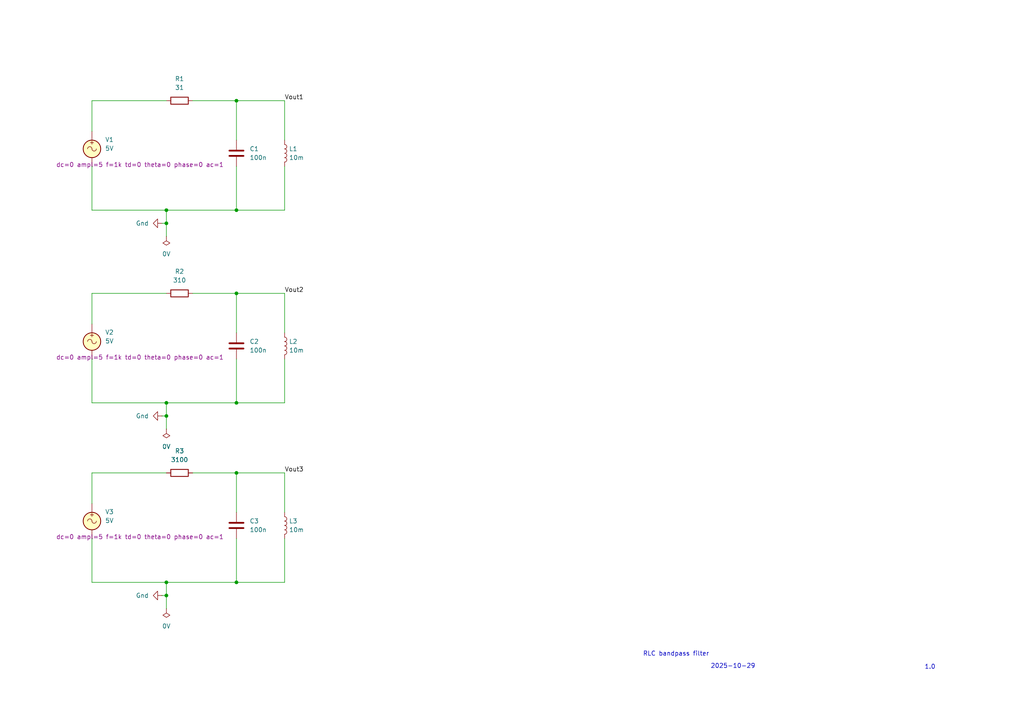
<source format=kicad_sch>
(kicad_sch (version 20250114) (generator "eeschema") (generator_version "9.0")
  (paper "A4")
  (lib_symbols
    (symbol "Device:C" (pin_numbers (hide yes)) (pin_names (offset 0.254))
      (property "Reference" "C" (at 0.635 2.54 0))
      (property "Value" "C" (at 0.635 -2.54 0))
      (symbol "C_0_1"
        (polyline (pts (xy -2.032 0.762) (xy 2.032 0.762)) (stroke (width 0.508)))
        (polyline (pts (xy -2.032 -0.762) (xy 2.032 -0.762)) (stroke (width 0.508)))
      )
      (symbol "C_1_1"
        (pin passive line (at 0 3.81 270) (length 2.794) (name "~") (number "1"))
        (pin passive line (at 0 -3.81 90) (length 2.794) (name "~") (number "2"))
      )
    )
    (symbol "Device:L" (pin_numbers (hide yes)) (pin_names (offset 1.016) (hide yes))
      (property "Reference" "L" (at -1.27 0 90))
      (property "Value" "L" (at 1.905 0 90))
      (symbol "L_0_1"
        (arc (start 0 2.54) (mid 0.6323 1.905) (end 0 1.27))
        (arc (start 0 1.27) (mid 0.6323 0.635) (end 0 0))
        (arc (start 0 0) (mid 0.6323 -0.635) (end 0 -1.27))
        (arc (start 0 -1.27) (mid 0.6323 -1.905) (end 0 -2.54))
      )
      (symbol "L_1_1"
        (pin passive line (at 0 3.81 270) (length 1.27) (name "1") (number "1"))
        (pin passive line (at 0 -3.81 90) (length 1.27) (name "2") (number "2"))
      )
    )
    (symbol "Device:R" (pin_numbers (hide yes)) (pin_names (offset 0))
      (property "Reference" "R" (at 2.032 0 90))
      (property "Value" "R" (at 0 0 90))
      (symbol "R_0_1"
        (rectangle (start -1.016 -2.54) (end 1.016 2.54) (stroke (width 0.254)))
      )
      (symbol "R_1_1"
        (pin passive line (at 0 3.81 270) (length 1.27) (name "~") (number "1"))
        (pin passive line (at 0 -3.81 90) (length 1.27) (name "~") (number "2"))
      )
    )
    (symbol "Simulation_SPICE:VSIN" (pin_numbers (hide yes)) (pin_names (offset 0.0254))
      (property "Reference" "V" (at 2.54 2.54 0))
      (property "Value" "VSIN" (at 2.54 0 0))
      (property "Sim.Params" "dc=0 ampl=1 f=1k ac=1" (at 2.54 -2.54 0))
      (symbol "VSIN_0_0"
        (arc (start -1.27 0) (mid -0.635 0.6323) (end 0 0))
        (arc (start 1.27 0) (mid 0.635 -0.6323) (end 0 0))
        (text "+" (at 0 1.905 0) (effects (font (size 1.27 1.27))))
      )
      (symbol "VSIN_0_1"
        (circle (center 0 0) (radius 2.54) (stroke (width 0.254)) (fill (type background)))
      )
      (symbol "VSIN_1_1"
        (pin passive line (at 0 5.08 270) (length 2.54) (name "~") (number "1"))
        (pin passive line (at 0 -5.08 90) (length 2.54) (name "~") (number "2"))
      )
    )
    (symbol "power:GND" (power) (pin_numbers (hide yes)) (pin_names (offset 0) (hide yes))
      (property "Value" "GND" (at 0 -3.81 0))
      (symbol "GND_0_1"
        (polyline (pts (xy 0 0) (xy 0 -1.27) (xy 1.27 -1.27) (xy 0 -2.54) (xy -1.27 -1.27) (xy 0 -1.27)))
      )
      (symbol "GND_1_1"
        (pin power_in line (at 0 0 270) (length 0) (name "~") (number "1"))
      )
    )
    (symbol "power:PWR_FLAG" (power) (pin_numbers (hide yes)) (pin_names (offset 0) (hide yes))
      (property "Value" "PWR_FLAG" (at 0 3.81 0))
      (symbol "PWR_FLAG_0_0"
        (pin power_out line (at 0 0 90) (length 0) (name "~") (number "1"))
      )
      (symbol "PWR_FLAG_0_1"
        (polyline (pts (xy 0 0) (xy 0 1.27) (xy -1.016 1.905) (xy 0 2.54) (xy 1.016 1.905) (xy 0 1.27)))
      )
    )
  )
  (text "RLC bandpass filter" (at 196.088 189.738 0) (effects (font (size 1.27 1.27))))
  (text "2025-10-29" (at 212.598 193.294 0) (effects (font (size 1.27 1.27))))
  (text "1.0" (at 269.748 193.548 0) (effects (font (size 1.27 1.27))))
  (junction (at 68.58 116.84))
  (junction (at 68.58 85.09))
  (junction (at 48.26 172.72))
  (junction (at 68.58 60.96))
  (junction (at 48.26 60.96))
  (junction (at 48.26 64.77))
  (junction (at 48.26 168.91))
  (junction (at 68.58 137.16))
  (junction (at 68.58 168.91))
  (junction (at 48.26 120.65))
  (junction (at 68.58 29.21))
  (junction (at 48.26 116.84))
  (wire (pts (xy 26.67 48.26) (xy 26.67 60.96)))
  (wire (pts (xy 46.99 64.77) (xy 48.26 64.77)))
  (wire (pts (xy 26.67 104.14) (xy 26.67 116.84)))
  (wire (pts (xy 26.67 146.05) (xy 26.67 137.16)))
  (wire (pts (xy 68.58 137.16) (xy 55.88 137.16)))
  (wire (pts (xy 26.67 85.09) (xy 48.26 85.09)))
  (wire (pts (xy 82.55 168.91) (xy 82.55 156.21)))
  (wire (pts (xy 82.55 29.21) (xy 68.58 29.21)))
  (wire (pts (xy 82.55 85.09) (xy 68.58 85.09)))
  (wire (pts (xy 26.67 116.84) (xy 48.26 116.84)))
  (wire (pts (xy 82.55 148.59) (xy 82.55 137.16)))
  (wire (pts (xy 68.58 116.84) (xy 82.55 116.84)))
  (wire (pts (xy 68.58 85.09) (xy 68.58 96.52)))
  (wire (pts (xy 68.58 60.96) (xy 82.55 60.96)))
  (wire (pts (xy 26.67 168.91) (xy 48.26 168.91)))
  (wire (pts (xy 48.26 168.91) (xy 68.58 168.91)))
  (wire (pts (xy 26.67 93.98) (xy 26.67 85.09)))
  (wire (pts (xy 26.67 38.1) (xy 26.67 29.21)))
  (wire (pts (xy 46.99 120.65) (xy 48.26 120.65)))
  (wire (pts (xy 68.58 48.26) (xy 68.58 60.96)))
  (wire (pts (xy 26.67 137.16) (xy 48.26 137.16)))
  (wire (pts (xy 82.55 96.52) (xy 82.55 85.09)))
  (wire (pts (xy 48.26 168.91) (xy 48.26 172.72)))
  (wire (pts (xy 82.55 40.64) (xy 82.55 29.21)))
  (wire (pts (xy 26.67 156.21) (xy 26.67 168.91)))
  (wire (pts (xy 82.55 137.16) (xy 68.58 137.16)))
  (wire (pts (xy 48.26 60.96) (xy 68.58 60.96)))
  (wire (pts (xy 82.55 60.96) (xy 82.55 48.26)))
  (wire (pts (xy 48.26 172.72) (xy 48.26 176.53)))
  (wire (pts (xy 48.26 120.65) (xy 48.26 124.46)))
  (wire (pts (xy 48.26 116.84) (xy 48.26 120.65)))
  (wire (pts (xy 68.58 29.21) (xy 68.58 40.64)))
  (wire (pts (xy 48.26 60.96) (xy 48.26 64.77)))
  (wire (pts (xy 68.58 168.91) (xy 82.55 168.91)))
  (wire (pts (xy 68.58 85.09) (xy 55.88 85.09)))
  (wire (pts (xy 48.26 64.77) (xy 48.26 68.58)))
  (wire (pts (xy 68.58 156.21) (xy 68.58 168.91)))
  (wire (pts (xy 46.99 172.72) (xy 48.26 172.72)))
  (wire (pts (xy 68.58 137.16) (xy 68.58 148.59)))
  (wire (pts (xy 48.26 116.84) (xy 68.58 116.84)))
  (wire (pts (xy 26.67 60.96) (xy 48.26 60.96)))
  (wire (pts (xy 68.58 104.14) (xy 68.58 116.84)))
  (wire (pts (xy 26.67 29.21) (xy 48.26 29.21)))
  (wire (pts (xy 68.58 29.21) (xy 55.88 29.21)))
  (wire (pts (xy 82.55 116.84) (xy 82.55 104.14)))
  (label "Vout1" (at 82.55 29.21 0))
  (label "Vout2" (at 82.55 85.09 0))
  (label "Vout3" (at 82.55 137.16 0))
  (symbol (lib_id "power:GND") (at 46.99 64.77 270) (unit 1)
    (property "Reference" "#PWR01" (effects (hide yes)))
    (property "Value" "Gnd" (at 43.18 64.7699 90) (effects (justify right)))
    (property "Description" "Power symbol creates a global label with name \"GND\" , ground" (effects (hide yes)))
  )
  (symbol (lib_id "Simulation_SPICE:VSIN") (at 26.67 43.18 0) (unit 1)
    (property "Reference" "V1" (at 30.48 40.5101 0) (effects (justify left)))
    (property "Value" "5V" (at 30.48 43.0501 0) (effects (justify left)))
    (property "Datasheet" "https://ngspice.sourceforge.io/docs/ngspice-html-manual/manual.xhtml#sec_Independent_Sources_for" (effects (hide yes)))
    (property "Description" "Voltage source, sinusoidal" (effects (hide yes)))
    (property "Sim.Pins" "1=+ 2=-" (effects (hide yes)))
    (property "Sim.Params" "dc=0 ampl=5 f=1k td=0 theta=0 phase=0 ac=1" (at 16.256 47.752 0) (effects (justify left)))
    (property "Sim.Type" "SIN" (effects (hide yes)))
    (property "Sim.Device" "V" (effects (hide yes)))
  )
  (symbol (lib_id "Device:L") (at 82.55 44.45 0) (unit 1)
    (property "Reference" "L1" (at 83.82 43.1799 0) (effects (justify left)))
    (property "Value" "10m" (at 83.82 45.7199 0) (effects (justify left)))
    (property "Description" "Inductor" (effects (hide yes)))
  )
  (symbol (lib_id "Device:C") (at 68.58 152.4 0) (unit 1)
    (property "Reference" "C3" (at 72.39 151.1299 0) (effects (justify left)))
    (property "Value" "100n" (at 72.39 153.6699 0) (effects (justify left)))
    (property "Description" "Unpolarized capacitor" (effects (hide yes)))
  )
  (symbol (lib_id "power:PWR_FLAG") (at 48.26 124.46 180) (unit 1)
    (property "Reference" "#FLG01" (effects (hide yes)))
    (property "Value" "0V" (at 48.26 129.54 0))
    (property "Description" "Special symbol for telling ERC where power comes from" (effects (hide yes)))
  )
  (symbol (lib_id "power:GND") (at 46.99 172.72 270) (unit 1)
    (property "Reference" "#PWR03" (effects (hide yes)))
    (property "Value" "Gnd" (at 43.18 172.7199 90) (effects (justify right)))
    (property "Description" "Power symbol creates a global label with name \"GND\" , ground" (effects (hide yes)))
  )
  (symbol (lib_id "Device:R") (at 52.07 29.21 90) (unit 1)
    (property "Reference" "R1" (at 52.07 22.86 90))
    (property "Value" "31" (at 52.07 25.4 90))
    (property "Description" "Resistor" (effects (hide yes)))
  )
  (symbol (lib_id "Device:C") (at 68.58 44.45 0) (unit 1)
    (property "Reference" "C1" (at 72.39 43.1799 0) (effects (justify left)))
    (property "Value" "100n" (at 72.39 45.7199 0) (effects (justify left)))
    (property "Description" "Unpolarized capacitor" (effects (hide yes)))
  )
  (symbol (lib_id "Device:C") (at 68.58 100.33 0) (unit 1)
    (property "Reference" "C2" (at 72.39 99.0599 0) (effects (justify left)))
    (property "Value" "100n" (at 72.39 101.5999 0) (effects (justify left)))
    (property "Description" "Unpolarized capacitor" (effects (hide yes)))
  )
  (symbol (lib_id "power:GND") (at 46.99 120.65 270) (unit 1)
    (property "Reference" "#PWR02" (effects (hide yes)))
    (property "Value" "Gnd" (at 43.18 120.6499 90) (effects (justify right)))
    (property "Description" "Power symbol creates a global label with name \"GND\" , ground" (effects (hide yes)))
  )
  (symbol (lib_id "Device:L") (at 82.55 152.4 0) (unit 1)
    (property "Reference" "L3" (at 83.82 151.1299 0) (effects (justify left)))
    (property "Value" "10m" (at 83.82 153.6699 0) (effects (justify left)))
    (property "Description" "Inductor" (effects (hide yes)))
  )
  (symbol (lib_id "Device:L") (at 82.55 100.33 0) (unit 1)
    (property "Reference" "L2" (at 83.82 99.0599 0) (effects (justify left)))
    (property "Value" "10m" (at 83.82 101.5999 0) (effects (justify left)))
    (property "Description" "Inductor" (effects (hide yes)))
  )
  (symbol (lib_id "Device:R") (at 52.07 85.09 90) (unit 1)
    (property "Reference" "R2" (at 52.07 78.74 90))
    (property "Value" "310" (at 52.07 81.28 90))
    (property "Description" "Resistor" (effects (hide yes)))
  )
  (symbol (lib_id "Simulation_SPICE:VSIN") (at 26.67 99.06 0) (unit 1)
    (property "Reference" "V2" (at 30.48 96.3901 0) (effects (justify left)))
    (property "Value" "5V" (at 30.48 98.9301 0) (effects (justify left)))
    (property "Datasheet" "https://ngspice.sourceforge.io/docs/ngspice-html-manual/manual.xhtml#sec_Independent_Sources_for" (effects (hide yes)))
    (property "Description" "Voltage source, sinusoidal" (effects (hide yes)))
    (property "Sim.Pins" "1=+ 2=-" (effects (hide yes)))
    (property "Sim.Params" "dc=0 ampl=5 f=1k td=0 theta=0 phase=0 ac=1" (at 16.256 103.632 0) (effects (justify left)))
    (property "Sim.Type" "SIN" (effects (hide yes)))
    (property "Sim.Device" "V" (effects (hide yes)))
  )
  (symbol (lib_id "power:PWR_FLAG") (at 48.26 68.58 180) (unit 1)
    (property "Reference" "#FLG04" (effects (hide yes)))
    (property "Value" "0V" (at 48.26 73.66 0))
    (property "Description" "Special symbol for telling ERC where power comes from" (effects (hide yes)))
  )
  (symbol (lib_id "power:PWR_FLAG") (at 48.26 176.53 180) (unit 1)
    (property "Reference" "#FLG02" (effects (hide yes)))
    (property "Value" "0V" (at 48.26 181.61 0))
    (property "Description" "Special symbol for telling ERC where power comes from" (effects (hide yes)))
  )
  (symbol (lib_id "Simulation_SPICE:VSIN") (at 26.67 151.13 0) (unit 1)
    (property "Reference" "V3" (at 30.48 148.4601 0) (effects (justify left)))
    (property "Value" "5V" (at 30.48 151.0001 0) (effects (justify left)))
    (property "Datasheet" "https://ngspice.sourceforge.io/docs/ngspice-html-manual/manual.xhtml#sec_Independent_Sources_for" (effects (hide yes)))
    (property "Description" "Voltage source, sinusoidal" (effects (hide yes)))
    (property "Sim.Pins" "1=+ 2=-" (effects (hide yes)))
    (property "Sim.Params" "dc=0 ampl=5 f=1k td=0 theta=0 phase=0 ac=1" (at 16.256 155.702 0) (effects (justify left)))
    (property "Sim.Type" "SIN" (effects (hide yes)))
    (property "Sim.Device" "V" (effects (hide yes)))
  )
  (symbol (lib_id "Device:R") (at 52.07 137.16 90) (unit 1)
    (property "Reference" "R3" (at 52.07 130.81 90))
    (property "Value" "3100" (at 52.07 133.35 90))
    (property "Description" "Resistor" (effects (hide yes)))
  )
)
</source>
